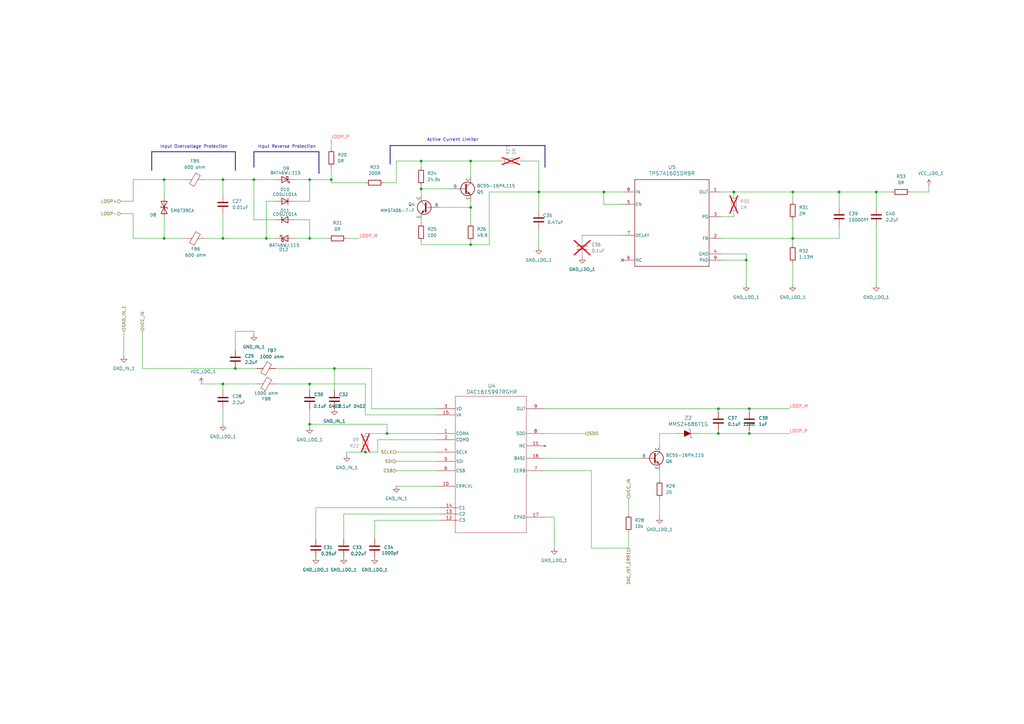
<source format=kicad_sch>
(kicad_sch (version 20231120) (generator "eeschema") (generator_version "8.0")
  (paper "A3")
  (lib_symbols
    (symbol "Device:C" (pin_numbers hide) (pin_names (offset 0.254))
      (property "Reference" "C" (at 0.635 2.54 0))
      (property "Value" "C" (at 0.635 -2.54 0))
      (symbol "C_0_1"
        (polyline (pts (xy -2.032 -0.762) (xy 2.032 -0.762)) (stroke (width 0.508)))
        (polyline (pts (xy -2.032 0.762) (xy 2.032 0.762)) (stroke (width 0.508)))
      )
      (symbol "C_1_1"
        (pin passive line (at 0 3.81 270) (length 2.794) (name "~") (number "1"))
        (pin passive line (at 0 -3.81 90) (length 2.794) (name "~") (number "2"))
      )
    )
    (symbol "Device:FerriteBead" (pin_numbers hide) (pin_names (offset 0))
      (property "Reference" "FB" (at -3.81 0.635 90))
      (property "Value" "FerriteBead" (at 3.81 0 90))
      (symbol "FerriteBead_0_1"
        (polyline (pts (xy 0 -1.27) (xy 0 -1.2192)))
        (polyline (pts (xy 0 1.27) (xy 0 1.2954)))
        (polyline (pts (xy -2.7686 0.4064) (xy -1.7018 2.2606) (xy 2.7686 -0.3048) (xy 1.6764 -2.159) (xy -2.7686 0.4064)))
      )
      (symbol "FerriteBead_1_1"
        (pin passive line (at 0 3.81 270) (length 2.54) (name "~") (number "1"))
        (pin passive line (at 0 -3.81 90) (length 2.54) (name "~") (number "2"))
      )
    )
    (symbol "Device:R" (pin_numbers hide) (pin_names (offset 0))
      (property "Reference" "R" (at 2.032 0 90))
      (property "Value" "R" (at 0 0 90))
      (symbol "R_0_1"
        (rectangle (start -1.016 -2.54) (end 1.016 2.54) (stroke (width 0.254)))
      )
      (symbol "R_1_1"
        (pin passive line (at 0 3.81 270) (length 1.27) (name "~") (number "1"))
        (pin passive line (at 0 -3.81 90) (length 1.27) (name "~") (number "2"))
      )
    )
    (symbol "Diode:1N630xCA" (pin_numbers hide) (pin_names (offset 1.016) hide)
      (property "Reference" "D" (at 0 2.54 0))
      (property "Value" "1N630xCA" (at 0 -2.54 0))
      (symbol "1N630xCA_0_1"
        (polyline (pts (xy 1.27 0) (xy -1.27 0)))
        (polyline (pts (xy -2.54 -1.27) (xy 0 0) (xy -2.54 1.27) (xy -2.54 -1.27)) (stroke (width 0.254)))
        (polyline (pts (xy 0.508 1.27) (xy 0 1.27) (xy 0 -1.27) (xy -0.508 -1.27)) (stroke (width 0.254)))
        (polyline (pts (xy 2.54 1.27) (xy 2.54 -1.27) (xy 0 0) (xy 2.54 1.27)) (stroke (width 0.254)))
      )
      (symbol "1N630xCA_1_1"
        (pin passive line (at -3.81 0 0) (length 2.54) (name "A1") (number "1"))
        (pin passive line (at 3.81 0 180) (length 2.54) (name "A2") (number "2"))
      )
    )
    (symbol "Diode:S2JTR" (pin_numbers hide) (pin_names hide)
      (property "Reference" "D" (at 0 2.54 0))
      (property "Value" "S2JTR" (at 0 -2.54 0))
      (symbol "S2JTR_0_1"
        (polyline (pts (xy -1.27 1.27) (xy -1.27 -1.27)) (stroke (width 0.254)))
        (polyline (pts (xy 1.27 0) (xy -1.27 0)))
        (polyline (pts (xy 1.27 1.27) (xy 1.27 -1.27) (xy -1.27 0) (xy 1.27 1.27)) (stroke (width 0.254)))
      )
      (symbol "S2JTR_1_1"
        (pin passive line (at -3.81 0 0) (length 2.54) (name "K") (number "1"))
        (pin passive line (at 3.81 0 180) (length 2.54) (name "A") (number "2"))
      )
    )
    (symbol "SB120_2" (pin_numbers hide) (pin_names (offset 1.016) hide)
      (property "Reference" "D1" (at -0.508 -4.572 0))
      (property "Value" "BAT46WJ,115" (at -0.254 -2.794 0))
      (symbol "SB120_2_0_1"
        (polyline (pts (xy 1.27 0) (xy -1.27 0)))
        (polyline (pts (xy 1.27 1.27) (xy 1.27 -1.27) (xy -1.27 0) (xy 1.27 1.27)) (stroke (width 0.254)))
        (polyline (pts (xy -1.905 0.635) (xy -1.905 1.27) (xy -1.27 1.27) (xy -1.27 -1.27) (xy -0.635 -1.27) (xy -0.635 -0.635)) (stroke (width 0.254)))
      )
      (symbol "SB120_2_1_1"
        (pin passive line (at -3.81 0 0) (length 2.54) (name "K") (number "1"))
        (pin passive line (at 3.81 0 180) (length 2.54) (name "A") (number "2"))
      )
    )
    (symbol "Simulation_SPICE:NPN" (pin_numbers hide) (pin_names (offset 0))
      (property "Reference" "Q" (at -2.54 7.62 0))
      (property "Value" "NPN" (at -2.54 5.08 0))
      (symbol "NPN_0_1"
        (polyline (pts (xy -2.54 0) (xy 0.635 0)) (stroke (width 0.1524)))
        (polyline (pts (xy 0.635 0.635) (xy 2.54 2.54)))
        (polyline (pts (xy 2.794 -1.27) (xy 2.794 -1.27)) (stroke (width 0.1524)))
        (polyline (pts (xy 2.794 -1.27) (xy 2.794 -1.27)) (stroke (width 0.1524)))
        (polyline (pts (xy 0.635 -0.635) (xy 2.54 -2.54) (xy 2.54 -2.54)))
        (polyline (pts (xy 0.635 1.905) (xy 0.635 -1.905) (xy 0.635 -1.905)) (stroke (width 0.508)))
        (polyline (pts (xy 1.27 -1.778) (xy 1.778 -1.27) (xy 2.286 -2.286) (xy 1.27 -1.778) (xy 1.27 -1.778)) (fill (type outline)))
        (circle (center 1.27 0) (radius 2.8194) (stroke (width 0.254)))
      )
      (symbol "NPN_1_1"
        (pin open_collector line (at 2.54 5.08 270) (length 2.54) (name "C") (number "1"))
        (pin input line (at -5.08 0 0) (length 2.54) (name "B") (number "2"))
        (pin open_emitter line (at 2.54 -5.08 90) (length 2.54) (name "E") (number "3"))
      )
    )
    (symbol "TSP7A1601DRBR:TPS7A1601DRBR" (pin_names (offset 0.254))
      (property "Reference" "U2" (at 0 22.86 0))
      (property "Value" "TPS7A1601DRBR" (at 0 20.32 0))
      (symbol "TPS7A1601DRBR_0_1"
        (polyline (pts (xy -15.24 -17.78) (xy 15.24 -17.78)) (stroke (width 0.2032)))
        (polyline (pts (xy -15.24 17.78) (xy -15.24 -17.78)) (stroke (width 0.2032)))
        (polyline (pts (xy 15.24 -17.78) (xy 15.24 17.78)) (stroke (width 0.2032)))
        (polyline (pts (xy 15.24 17.78) (xy -15.24 17.78)) (stroke (width 0.2032)))
        (pin power_in line (at 20.32 12.7 180) (length 5.08) (name "OUT") (number "1"))
        (pin input line (at 20.32 -6.35 180) (length 5.08) (name "FB") (number "2"))
        (pin open_collector line (at 20.32 2.54 180) (length 5.08) (name "PG") (number "3"))
        (pin power_in line (at 20.32 -12.7 180) (length 5.08) (name "GND") (number "4"))
        (pin input line (at -20.32 7.62 0) (length 5.08) (name "EN") (number "5"))
        (pin unspecified line (at -20.32 -15.24 0) (length 5.08) (name "NC") (number "6"))
        (pin output line (at -20.32 -5.08 0) (length 5.08) (name "DELAY") (number "7"))
        (pin power_in line (at -20.32 12.7 0) (length 5.08) (name "IN") (number "8"))
        (pin unspecified line (at 20.32 -15.24 180) (length 5.08) (name "PAD") (number "9"))
      )
    )
    (symbol "dac161s997rghr:DAC161S997RGHR" (pin_names (offset 0.254))
      (property "Reference" "U1" (at 33.02 10.16 0))
      (property "Value" "DAC161S997RGHR" (at 33.02 7.62 0))
      (symbol "DAC161S997RGHR_0_1"
        (polyline (pts (xy 7.62 -50.8) (xy 36.83 -50.8)) (stroke (width 0.127)))
        (polyline (pts (xy 7.62 5.08) (xy 7.62 -50.8)) (stroke (width 0.127)))
        (polyline (pts (xy 36.83 -50.8) (xy 36.83 5.08)) (stroke (width 0.127)))
        (polyline (pts (xy 36.83 5.08) (xy 7.62 5.08)) (stroke (width 0.127)))
        (pin power_in line (at 0 -10.16 0) (length 7.62) (name "COMA") (number "1"))
        (pin input line (at 0 -31.75 0) (length 7.62) (name "ERRLVL") (number "10"))
        (pin no_connect line (at 44.45 -15.24 180) (length 7.62) (name "NC") (number "11"))
        (pin unspecified line (at 1.27 -45.72 0) (length 7.62) (name "C3") (number "12"))
        (pin unspecified line (at 1.27 -43.18 0) (length 7.62) (name "C2") (number "13"))
        (pin unspecified line (at 1.27 -40.64 0) (length 7.62) (name "C1") (number "14"))
        (pin power_in line (at 0 -2.54 0) (length 7.62) (name "VA") (number "15"))
        (pin unspecified line (at 44.45 -20.32 180) (length 7.62) (name "BASE") (number "16"))
        (pin unspecified line (at 44.45 -44.45 180) (length 7.62) (name "EPAD") (number "17"))
        (pin power_in line (at 0 -12.7 0) (length 7.62) (name "COMD") (number "2"))
        (pin power_in line (at 0 0 0) (length 7.62) (name "VD") (number "3"))
        (pin input line (at 0 -17.78 0) (length 7.62) (name "SCLK") (number "4"))
        (pin input line (at 0 -21.59 0) (length 7.62) (name "SDI") (number "5"))
        (pin input line (at 0 -25.4 0) (length 7.62) (name "CSB") (number "6"))
        (pin output line (at 44.45 -25.4 180) (length 7.62) (name "EERB") (number "7"))
        (pin output line (at 44.45 -10.16 180) (length 7.62) (name "SDO") (number "8"))
        (pin output line (at 44.45 0 180) (length 7.62) (name "OUT") (number "9"))
      )
    )
    (symbol "dk_Diodes-Zener-Single:MMSZ5231B-7-F" (pin_numbers hide) (pin_names (offset 0) hide)
      (property "Reference" "Z" (at 0 3.81 0))
      (property "Value" "MMSZ5231B-7-F" (at 0 -3.81 0))
      (symbol "MMSZ5231B-7-F_0_1"
        (polyline (pts (xy 1.27 -1.27) (xy 1.905 -1.905)))
        (polyline (pts (xy 1.27 1.27) (xy 0.635 1.905)))
        (polyline (pts (xy 1.27 1.27) (xy 1.27 -1.27)))
        (polyline (pts (xy -1.27 1.27) (xy -1.27 -1.27) (xy 1.27 0) (xy -1.27 1.27)) (fill (type outline)))
      )
      (symbol "MMSZ5231B-7-F_1_1"
        (pin passive line (at -5.08 0 0) (length 3.81) (name "~") (number "A"))
        (pin passive line (at 5.08 0 180) (length 3.81) (name "~") (number "K"))
      )
    )
    (symbol "power:GND" (power) (pin_numbers hide) (pin_names (offset 0) hide)
      (property "Value" "GND" (at 0 -3.81 0))
      (symbol "GND_0_1"
        (polyline (pts (xy 0 0) (xy 0 -1.27) (xy 1.27 -1.27) (xy 0 -2.54) (xy -1.27 -1.27) (xy 0 -1.27)))
      )
      (symbol "GND_1_1"
        (pin power_in line (at 0 0 270) (length 0) (name "~") (number "1"))
      )
    )
    (symbol "power:VCC" (power) (pin_numbers hide) (pin_names (offset 0) hide)
      (property "Value" "VCC" (at 0 3.556 0))
      (symbol "VCC_0_1"
        (polyline (pts (xy -0.762 1.27) (xy 0 2.54)))
        (polyline (pts (xy 0 0) (xy 0 2.54)))
        (polyline (pts (xy 0 2.54) (xy 0.762 1.27)))
      )
      (symbol "VCC_1_1"
        (pin power_in line (at 0 0 90) (length 0) (name "~") (number "1"))
      )
    )
  )
  (junction (at 359.41 78.74))
  (junction (at 158.75 177.8))
  (junction (at 344.17 78.74))
  (junction (at 135.89 73.66))
  (junction (at 307.34 177.8))
  (junction (at 109.22 97.79))
  (junction (at 325.12 97.79))
  (junction (at 91.44 157.48))
  (junction (at 307.34 167.64))
  (junction (at 96.52 151.13))
  (junction (at 193.04 66.04))
  (junction (at 193.04 100.33))
  (junction (at 67.31 97.79))
  (junction (at 67.31 73.66))
  (junction (at 172.72 77.47))
  (junction (at 220.98 78.74))
  (junction (at 149.86 185.42))
  (junction (at 325.12 78.74))
  (junction (at 127 73.66))
  (junction (at 294.64 167.64))
  (junction (at 137.16 151.13))
  (junction (at 91.44 97.79))
  (junction (at 91.44 73.66))
  (junction (at 306.07 106.68))
  (junction (at 127 173.99))
  (junction (at 294.64 177.8))
  (junction (at 127 97.79))
  (junction (at 300.99 78.74))
  (junction (at 193.04 85.09))
  (junction (at 127 157.48))
  (junction (at 247.65 78.74))
  (junction (at 104.14 73.66))
  (junction (at 172.72 66.04))
  (no_connect (at 255.27 106.68))
  (wire (pts (xy 137.16 151.13) (xy 152.4 151.13)))
  (wire (pts (xy 113.03 151.13) (xy 137.16 151.13)))
  (wire (pts (xy 67.31 73.66) (xy 67.31 81.28)))
  (wire (pts (xy 113.03 82.55) (xy 109.22 82.55)))
  (wire (pts (xy 91.44 73.66) (xy 83.82 73.66)))
  (wire (pts (xy 220.98 78.74) (xy 247.65 78.74)))
  (bus (pts (xy 62.23 62.23) (xy 62.23 69.85)))
  (wire (pts (xy 172.72 66.04) (xy 172.72 68.58)))
  (wire (pts (xy 172.72 77.47) (xy 172.72 80.01)))
  (bus (pts (xy 223.52 68.58) (xy 223.52 59.69)))
  (wire (pts (xy 152.4 151.13) (xy 152.4 167.64)))
  (wire (pts (xy 91.44 167.64) (xy 91.44 173.99)))
  (wire (pts (xy 91.44 157.48) (xy 105.41 157.48)))
  (wire (pts (xy 127 97.79) (xy 134.62 97.79)))
  (wire (pts (xy 149.86 177.8) (xy 158.75 177.8)))
  (wire (pts (xy 135.89 68.58) (xy 135.89 73.66)))
  (wire (pts (xy 91.44 97.79) (xy 109.22 97.79)))
  (wire (pts (xy 120.65 90.17) (xy 127 90.17)))
  (wire (pts (xy 213.36 66.04) (xy 220.98 66.04)))
  (wire (pts (xy 162.56 193.04) (xy 179.07 193.04)))
  (wire (pts (xy 153.67 213.36) (xy 153.67 220.98)))
  (bus (pts (xy 130.81 62.23) (xy 104.14 62.23)))
  (wire (pts (xy 344.17 78.74) (xy 359.41 78.74)))
  (wire (pts (xy 294.64 176.53) (xy 294.64 177.8)))
  (wire (pts (xy 193.04 85.09) (xy 193.04 91.44)))
  (wire (pts (xy 294.64 167.64) (xy 307.34 167.64)))
  (wire (pts (xy 223.52 193.04) (xy 242.57 193.04)))
  (wire (pts (xy 223.52 187.96) (xy 262.89 187.96)))
  (wire (pts (xy 67.31 97.79) (xy 76.2 97.79)))
  (wire (pts (xy 240.03 177.8) (xy 223.52 177.8)))
  (wire (pts (xy 193.04 100.33) (xy 193.04 99.06)))
  (wire (pts (xy 154.94 185.42) (xy 154.94 180.34)))
  (wire (pts (xy 104.14 135.89) (xy 96.52 135.89)))
  (wire (pts (xy 127 90.17) (xy 127 97.79)))
  (wire (pts (xy 325.12 78.74) (xy 300.99 78.74)))
  (wire (pts (xy 238.76 96.52) (xy 238.76 97.79)))
  (wire (pts (xy 127 173.99) (xy 158.75 173.99)))
  (wire (pts (xy 325.12 90.17) (xy 325.12 97.79)))
  (wire (pts (xy 373.38 78.74) (xy 381 78.74)))
  (wire (pts (xy 295.91 88.9) (xy 300.99 88.9)))
  (wire (pts (xy 120.65 82.55) (xy 127 82.55)))
  (wire (pts (xy 270.51 204.47) (xy 270.51 212.09)))
  (wire (pts (xy 257.81 204.47) (xy 257.81 210.82)))
  (wire (pts (xy 180.34 85.09) (xy 193.04 85.09)))
  (wire (pts (xy 135.89 74.93) (xy 149.86 74.93)))
  (wire (pts (xy 142.24 185.42) (xy 149.86 185.42)))
  (wire (pts (xy 344.17 92.71) (xy 344.17 97.79)))
  (wire (pts (xy 82.55 157.48) (xy 91.44 157.48)))
  (wire (pts (xy 127 157.48) (xy 127 160.02)))
  (wire (pts (xy 113.03 90.17) (xy 104.14 90.17)))
  (wire (pts (xy 172.72 90.17) (xy 172.72 91.44)))
  (wire (pts (xy 91.44 73.66) (xy 104.14 73.66)))
  (wire (pts (xy 104.14 135.89) (xy 104.14 137.16)))
  (wire (pts (xy 127 73.66) (xy 135.89 73.66)))
  (wire (pts (xy 270.51 182.88) (xy 270.51 177.8)))
  (bus (pts (xy 160.02 59.69) (xy 160.02 67.31)))
  (wire (pts (xy 49.53 82.55) (xy 54.61 82.55)))
  (wire (pts (xy 162.56 74.93) (xy 157.48 74.93)))
  (wire (pts (xy 247.65 83.82) (xy 247.65 78.74)))
  (wire (pts (xy 154.94 180.34) (xy 179.07 180.34)))
  (wire (pts (xy 242.57 193.04) (xy 242.57 224.79)))
  (wire (pts (xy 142.24 186.69) (xy 142.24 185.42)))
  (wire (pts (xy 200.66 78.74) (xy 220.98 78.74)))
  (bus (pts (xy 160.02 59.69) (xy 223.52 59.69)))
  (wire (pts (xy 306.07 106.68) (xy 306.07 116.84)))
  (wire (pts (xy 137.16 151.13) (xy 137.16 160.02)))
  (wire (pts (xy 295.91 104.14) (xy 306.07 104.14)))
  (wire (pts (xy 129.54 208.28) (xy 129.54 220.98)))
  (wire (pts (xy 135.89 57.15) (xy 135.89 60.96)))
  (wire (pts (xy 147.32 97.79) (xy 142.24 97.79)))
  (wire (pts (xy 359.41 92.71) (xy 359.41 116.84)))
  (wire (pts (xy 238.76 96.52) (xy 255.27 96.52)))
  (wire (pts (xy 113.03 157.48) (xy 127 157.48)))
  (wire (pts (xy 172.72 76.2) (xy 172.72 77.47)))
  (wire (pts (xy 109.22 82.55) (xy 109.22 97.79)))
  (wire (pts (xy 172.72 100.33) (xy 193.04 100.33)))
  (wire (pts (xy 344.17 97.79) (xy 325.12 97.79)))
  (wire (pts (xy 193.04 82.55) (xy 193.04 85.09)))
  (wire (pts (xy 193.04 100.33) (xy 200.66 100.33)))
  (bus (pts (xy 96.52 62.23) (xy 62.23 62.23)))
  (wire (pts (xy 220.98 66.04) (xy 220.98 78.74)))
  (wire (pts (xy 227.33 212.09) (xy 227.33 224.79)))
  (wire (pts (xy 300.99 88.9) (xy 300.99 87.63)))
  (wire (pts (xy 96.52 135.89) (xy 96.52 143.51)))
  (wire (pts (xy 381 76.2) (xy 381 78.74)))
  (wire (pts (xy 270.51 177.8) (xy 276.86 177.8)))
  (wire (pts (xy 307.34 177.8) (xy 323.85 177.8)))
  (wire (pts (xy 180.34 213.36) (xy 153.67 213.36)))
  (wire (pts (xy 127 175.26) (xy 127 173.99)))
  (wire (pts (xy 295.91 106.68) (xy 306.07 106.68)))
  (wire (pts (xy 257.81 218.44) (xy 257.81 224.79)))
  (wire (pts (xy 193.04 66.04) (xy 205.74 66.04)))
  (wire (pts (xy 140.97 210.82) (xy 140.97 220.98)))
  (wire (pts (xy 247.65 78.74) (xy 255.27 78.74)))
  (wire (pts (xy 344.17 85.09) (xy 344.17 78.74)))
  (wire (pts (xy 307.34 177.8) (xy 307.34 176.53)))
  (wire (pts (xy 325.12 97.79) (xy 325.12 100.33)))
  (wire (pts (xy 223.52 167.64) (xy 294.64 167.64)))
  (bus (pts (xy 96.52 69.85) (xy 96.52 62.23)))
  (wire (pts (xy 295.91 78.74) (xy 300.99 78.74)))
  (wire (pts (xy 200.66 100.33) (xy 200.66 78.74)))
  (wire (pts (xy 172.72 99.06) (xy 172.72 100.33)))
  (wire (pts (xy 96.52 151.13) (xy 105.41 151.13)))
  (wire (pts (xy 242.57 224.79) (xy 257.81 224.79)))
  (wire (pts (xy 58.42 151.13) (xy 96.52 151.13)))
  (wire (pts (xy 180.34 210.82) (xy 140.97 210.82)))
  (wire (pts (xy 162.56 66.04) (xy 162.56 74.93)))
  (wire (pts (xy 162.56 189.23) (xy 179.07 189.23)))
  (wire (pts (xy 307.34 167.64) (xy 323.85 167.64)))
  (wire (pts (xy 294.64 167.64) (xy 294.64 168.91)))
  (wire (pts (xy 83.82 97.79) (xy 91.44 97.79)))
  (wire (pts (xy 179.07 170.18) (xy 149.86 170.18)))
  (wire (pts (xy 127 73.66) (xy 127 82.55)))
  (wire (pts (xy 67.31 73.66) (xy 54.61 73.66)))
  (wire (pts (xy 158.75 173.99) (xy 158.75 177.8)))
  (wire (pts (xy 325.12 82.55) (xy 325.12 78.74)))
  (wire (pts (xy 295.91 97.79) (xy 325.12 97.79)))
  (wire (pts (xy 104.14 90.17) (xy 104.14 73.66)))
  (wire (pts (xy 135.89 74.93) (xy 135.89 73.66)))
  (wire (pts (xy 91.44 157.48) (xy 91.44 160.02)))
  (wire (pts (xy 359.41 85.09) (xy 359.41 78.74)))
  (wire (pts (xy 67.31 88.9) (xy 67.31 97.79)))
  (wire (pts (xy 120.65 73.66) (xy 127 73.66)))
  (bus (pts (xy 130.81 71.12) (xy 130.81 62.23)))
  (wire (pts (xy 270.51 193.04) (xy 270.51 196.85)))
  (wire (pts (xy 158.75 177.8) (xy 179.07 177.8)))
  (wire (pts (xy 67.31 97.79) (xy 54.61 97.79)))
  (wire (pts (xy 109.22 97.79) (xy 113.03 97.79)))
  (wire (pts (xy 172.72 77.47) (xy 185.42 77.47)))
  (wire (pts (xy 91.44 80.01) (xy 91.44 73.66)))
  (wire (pts (xy 306.07 104.14) (xy 306.07 106.68)))
  (wire (pts (xy 49.53 87.63) (xy 54.61 87.63)))
  (bus (pts (xy 104.14 62.23) (xy 104.14 68.58)))
  (wire (pts (xy 300.99 78.74) (xy 300.99 80.01)))
  (wire (pts (xy 223.52 212.09) (xy 227.33 212.09)))
  (wire (pts (xy 91.44 97.79) (xy 91.44 87.63)))
  (wire (pts (xy 127 97.79) (xy 120.65 97.79)))
  (wire (pts (xy 149.86 170.18) (xy 149.86 157.48)))
  (wire (pts (xy 220.98 93.98) (xy 220.98 101.6)))
  (wire (pts (xy 54.61 97.79) (xy 54.61 87.63)))
  (wire (pts (xy 54.61 73.66) (xy 54.61 82.55)))
  (wire (pts (xy 180.34 208.28) (xy 129.54 208.28)))
  (wire (pts (xy 104.14 73.66) (xy 113.03 73.66)))
  (wire (pts (xy 325.12 107.95) (xy 325.12 116.84)))
  (wire (pts (xy 307.34 167.64) (xy 307.34 168.91)))
  (wire (pts (xy 50.8 135.89) (xy 50.8 146.05)))
  (wire (pts (xy 294.64 177.8) (xy 307.34 177.8)))
  (wire (pts (xy 127 173.99) (xy 127 167.64)))
  (wire (pts (xy 127 157.48) (xy 149.86 157.48)))
  (wire (pts (xy 149.86 185.42) (xy 154.94 185.42)))
  (wire (pts (xy 359.41 78.74) (xy 365.76 78.74)))
  (wire (pts (xy 287.02 177.8) (xy 294.64 177.8)))
  (wire (pts (xy 325.12 78.74) (xy 344.17 78.74)))
  (wire (pts (xy 193.04 72.39) (xy 193.04 66.04)))
  (wire (pts (xy 76.2 73.66) (xy 67.31 73.66)))
  (wire (pts (xy 152.4 167.64) (xy 179.07 167.64)))
  (wire (pts (xy 162.56 199.39) (xy 179.07 199.39)))
  (wire (pts (xy 255.27 83.82) (xy 247.65 83.82)))
  (wire (pts (xy 162.56 66.04) (xy 172.72 66.04)))
  (wire (pts (xy 162.56 185.42) (xy 179.07 185.42)))
  (wire (pts (xy 172.72 66.04) (xy 193.04 66.04)))
  (wire (pts (xy 58.42 135.89) (xy 58.42 151.13)))
  (wire (pts (xy 220.98 78.74) (xy 220.98 86.36)))
  (text "Input Overvoltage Protection" (at 79.502 60.198 0) (effects (font (size 1.27 1.27))))
  (text "Input Reverse Protection" (at 117.602 60.198 0) (effects (font (size 1.27 1.27))))
  (text "Active Current Limiter" (at 185.674 57.404 0) (effects (font (size 1.27 1.27))))
  (label "LOOP_M" (at 323.85 167.64 0))
  (label "LOOP_M" (at 147.32 97.79 0))
  (label "LOOP_P" (at 135.89 57.15 0))
  (label "LOOP_P" (at 323.85 177.8 0))
  (hierarchical_label "SDI" (shape input) (at 162.56 189.23 180))
  (hierarchical_label "CSB" (shape input) (at 162.56 193.04 180))
  (hierarchical_label "LOOP+" (shape input) (at 49.53 82.55 180))
  (hierarchical_label "DAC_INT_ERR1" (shape input) (at 257.81 224.79 270))
  (hierarchical_label "SCLK" (shape input) (at 162.56 185.42 180))
  (hierarchical_label "GND_IN_1" (shape input) (at 50.8 135.89 90))
  (hierarchical_label "SDO" (shape input) (at 240.03 177.8 0))
  (hierarchical_label "LOOP-" (shape input) (at 49.53 87.63 180))
  (hierarchical_label "VCC_IN" (shape input) (at 257.81 204.47 90))
  (hierarchical_label "VCC_IN" (shape input) (at 58.42 135.89 90))
  (symbol (lib_name "SB120_2") (lib_id "Diode:SB120") (at 116.84 97.79 0) (unit 1)
    (property "Reference" "D12" (at 116.332 102.362 0))
    (property "Value" "BAT46WJ,115" (at 116.586 100.584 0))
    (property "Footprint" "Diode_SMD:D_SOD-323F" (effects (hide yes)))
    (property "Description" "DIODE SCHOTT 100V 250MA SOD323F" (effects (hide yes)))
    (property "DIGIKEY" "  1727-4817-2-ND" (effects (hide yes)))
    (property "DigiKey" "  1727-4817-2-ND" (effects (hide yes)))
  )
  (symbol (lib_id "Device:C") (at 91.44 83.82 0) (unit 1)
    (property "Reference" "C27" (at 95.25 82.5499 0) (effects (justify left)))
    (property "Value" "0.01uF" (at 95.25 85.0899 0) (effects (justify left)))
    (property "Footprint" "Capacitor_SMD:C_0603_1608Metric" (effects (hide yes)))
    (property "Description" "Unpolarized capacitor" (effects (hide yes)))
    (property "DIGIKEY" "  445-1304-2-ND" (effects (hide yes)))
    (property "DigiKey" "  445-1304-2-ND" (effects (hide yes)))
  )
  (symbol (lib_id "Device:C") (at 307.34 172.72 0) (unit 1)
    (property "Reference" "C38" (at 311.15 171.4499 0) (effects (justify left)))
    (property "Value" "1uF" (at 311.15 173.9899 0) (effects (justify left)))
    (property "Footprint" "Capacitor_SMD:C_1206_3216Metric" (effects (hide yes)))
    (property "Description" "CAP CER 1UF 100V X7R 1206" (effects (hide yes)))
    (property "DIGIKEY" "490-3909-2-ND" (effects (hide yes)))
    (property "DigiKey" "490-3909-2-ND" (effects (hide yes)))
  )
  (symbol (lib_id "power:GND") (at 142.24 186.69 0) (unit 1)
    (property "Reference" "#PWR044" (effects (hide yes)))
    (property "Value" "GND_IN_1" (at 142.24 191.77 0))
    (property "Description" "Power symbol creates a global label with name \"GND\" , ground" (effects (hide yes)))
  )
  (symbol (lib_id "Device:R") (at 149.86 181.61 180) (unit 1) (dnp yes)
    (property "Reference" "R22" (at 147.32 182.8801 0) (effects (justify left)))
    (property "Value" "0R" (at 147.32 180.3401 0) (effects (justify left)))
    (property "Footprint" "Resistor_SMD:R_0603_1608Metric" (effects (hide yes)))
    (property "Description" "0 Ohms Jumper Chip Resistor 0603 (1608 Metric) Automotive AEC-Q200 Thick Film" (effects (hide yes)))
    (property "DIGIKEY" "541-0.0GTR-ND" (effects (hide yes)))
    (property "DigiKey" "541-0.0GTR-ND" (effects (hide yes)))
  )
  (symbol (lib_id "dk_Diodes-Zener-Single:MMSZ5231B-7-F") (at 281.94 177.8 0) (unit 1)
    (property "Reference" "Z2" (at 282.2575 171.45 0) (effects (font (size 1.524 1.524))))
    (property "Value" "MMSZ4686T1G" (at 282.2575 173.99 0) (effects (font (size 1.524 1.524))))
    (property "Footprint" "digikey-footprints:SOD-123" (effects (hide yes)))
    (property "Datasheet" "https://www.onsemi.com/pdf/datasheet/mmsz4678t1-d.pdf" (effects (hide yes)))
    (property "Description" "DIODE ZENER 3.9V 500MW SOD123" (effects (hide yes)))
    (property "Category" "Discrete Semiconductor Products" (effects (hide yes)))
    (property "Family" "Diodes - Zener - Single" (effects (hide yes)))
    (property "DK_Datasheet_Link" "https://www.diodes.com/assets/Datasheets/ds18010.pdf" (effects (hide yes)))
    (property "DK_Detail_Page" "/product-detail/en/diodes-incorporated/MMSZ5231B-7-F/MMSZ5231B-FDICT-ND/755506" (effects (hide yes)))
    (property "Description_1" "DIODE ZENER 5.1V 500MW SOD123" (effects (hide yes)))
    (property "Manufacturer" "Diodes Incorporated" (effects (hide yes)))
    (property "DIGIKEY" "MMSZ4686T1GOSTR-ND" (effects (hide yes)))
    (property "DigiKey" "MMSZ4686T1GOSTR-ND" (effects (hide yes)))
  )
  (symbol (lib_id "power:VCC") (at 82.55 157.48 0) (unit 1)
    (property "Reference" "#PWR037" (effects (hide yes)))
    (property "Value" "VCC_LDO_1" (at 83.312 152.4 0))
    (property "Description" "Power symbol creates a global label with name \"VCC\"" (effects (hide yes)))
  )
  (symbol (lib_id "Device:C") (at 91.44 163.83 0) (unit 1)
    (property "Reference" "C28" (at 95.25 162.5599 0) (effects (justify left)))
    (property "Value" "2.2uF" (at 95.25 165.0999 0) (effects (justify left)))
    (property "Footprint" "Capacitor_SMD:C_0402_1005Metric" (effects (hide yes)))
    (property "Description" "CAP CER 2.2UF 16V X5R 0402" (effects (hide yes)))
    (property "DIGIKEY" "445-9085-2-ND" (effects (hide yes)))
    (property "DigiKey" "445-9085-2-ND" (effects (hide yes)))
  )
  (symbol (lib_id "Device:C") (at 140.97 224.79 0) (unit 1)
    (property "Reference" "C33" (at 144.526 224.536 0) (effects (justify left)))
    (property "Value" "0.22uF" (at 143.764 227.076 0) (effects (justify left)))
    (property "Footprint" "Capacitor_SMD:C_0402_1005Metric" (effects (hide yes)))
    (property "Description" "CAP CER 0.22UF 6.3V X5R 0402" (effects (hide yes)))
    (property "DIGIKEY" "490-5407-2-ND" (effects (hide yes)))
    (property "DigiKey" "490-5407-2-ND" (effects (hide yes)))
  )
  (symbol (lib_id "power:GND") (at 238.76 105.41 0) (unit 1)
    (property "Reference" "#PWR049" (effects (hide yes)))
    (property "Value" "GND_LDO_1" (at 238.76 110.49 0))
    (property "Description" "Power symbol creates a global label with name \"GND\" , ground" (effects (hide yes)))
  )
  (symbol (lib_id "Device:C") (at 220.98 90.17 0) (mirror y) (unit 1)
    (property "Reference" "C35" (at 226.568 88.392 0) (effects (justify left)))
    (property "Value" "0.47uF" (at 231.14 91.186 0) (effects (justify left)))
    (property "Footprint" "Capacitor_SMD:C_0805_2012Metric" (effects (hide yes)))
    (property "Description" "CAP CER 0.47UF 100V X7R 0805" (effects (hide yes)))
    (property "DIGIKEY" "  490-3326-2-ND" (effects (hide yes)))
    (property "DigiKey" "  490-3326-2-ND" (effects (hide yes)))
  )
  (symbol (lib_id "Device:FerriteBead") (at 109.22 151.13 90) (unit 1)
    (property "Reference" "FB7" (at 111.506 143.764 90))
    (property "Value" "1000 ohm" (at 111.506 146.304 90))
    (property "Footprint" "Resistor_SMD:R_0402_1005Metric" (effects (hide yes)))
    (property "Description" "FERRITE BEAD 1K OHM 0402 1LN" (effects (hide yes)))
    (property "DIGIKEY" "  490-3999-2-ND" (effects (hide yes)))
    (property "DigiKey" "  490-3999-2-ND" (effects (hide yes)))
  )
  (symbol (lib_id "Device:C") (at 96.52 147.32 0) (unit 1)
    (property "Reference" "C29" (at 100.33 146.0499 0) (effects (justify left)))
    (property "Value" "2.2uF" (at 100.33 148.5899 0) (effects (justify left)))
    (property "Footprint" "Capacitor_SMD:C_0402_1005Metric" (effects (hide yes)))
    (property "Description" "CAP CER 2.2UF 16V X5R 0402" (effects (hide yes)))
    (property "DIGIKEY" "445-9085-2-ND" (effects (hide yes)))
    (property "DigiKey" "445-9085-2-ND" (effects (hide yes)))
  )
  (symbol (lib_id "Device:FerriteBead") (at 80.01 73.66 90) (unit 1)
    (property "Reference" "FB5" (at 79.9592 66.04 90))
    (property "Value" "600 ohm" (at 79.9592 68.58 90))
    (property "Footprint" "Resistor_SMD:R_1206_3216Metric" (effects (hide yes)))
    (property "Description" "Ferrite bead" (effects (hide yes)))
    (property "DIGIKEY" "  240-2405-2-ND" (effects (hide yes)))
    (property "DigiKey" "  240-2405-2-ND" (effects (hide yes)))
  )
  (symbol (lib_id "Device:C") (at 238.76 101.6 0) (unit 1) (dnp yes)
    (property "Reference" "C36" (at 242.57 100.3299 0) (effects (justify left)))
    (property "Value" "0.1uF" (at 242.57 102.8699 0) (effects (justify left)))
    (property "Footprint" "Capacitor_SMD:C_1206_3216Metric" (effects (hide yes)))
    (property "Description" "CAP CER 0.1UF 100V X7R 1206" (effects (hide yes)))
    (property "DIGIKEY" "478-KGM31DR72A104JUTR-ND" (effects (hide yes)))
    (property "DigiKey" "478-KGM31DR72A104JUTR-ND" (effects (hide yes)))
  )
  (symbol (lib_id "Diode:1N630xCA") (at 67.31 85.09 270) (unit 1)
    (property "Reference" "D8" (at 61.468 88.138 90) (effects (justify left)))
    (property "Value" "SM6T39CA" (at 69.85 86.3599 90) (effects (justify left)))
    (property "Footprint" "Diode_SMD:D_SMB" (effects (hide yes)))
    (property "Datasheet" "https://www.st.com/content/ccc/resource/technical/document/datasheet/6f/2d/a6/9e/56/51/48/15/CD00000725.pdf/files/CD00000725.pdf/jcr:content/translations/en.CD00000725.pdf" (effects (hide yes)))
    (property "Description" "TVS DIODE 33.3VWM 53.9VC SMB" (effects (hide yes)))
    (property "DIGIKEY" "497-6498-2-ND" (effects (hide yes)))
    (property "DigiKey" "497-6498-2-ND" (effects (hide yes)))
  )
  (symbol (lib_id "power:GND") (at 359.41 116.84 0) (unit 1)
    (property "Reference" "#PWR053" (effects (hide yes)))
    (property "Value" "GND_LDO_1" (at 359.41 121.92 0))
    (property "Description" "Power symbol creates a global label with name \"GND\" , ground" (effects (hide yes)))
  )
  (symbol (lib_id "power:GND") (at 129.54 228.6 0) (unit 1)
    (property "Reference" "#PWR041" (effects (hide yes)))
    (property "Value" "GND_LDO_1" (at 129.54 233.68 0))
    (property "Description" "Power symbol creates a global label with name \"GND\" , ground" (effects (hide yes)))
  )
  (symbol (lib_id "Device:R") (at 257.81 214.63 0) (unit 1)
    (property "Reference" "R28" (at 260.35 213.3599 0) (effects (justify left)))
    (property "Value" "10k" (at 260.35 215.8999 0) (effects (justify left)))
    (property "Footprint" "Resistor_SMD:R_0402_1005Metric" (effects (hide yes)))
    (property "Description" "RES 10K OHM 5% 1/16W 0402" (effects (hide yes)))
    (property "DIGIKEY" "311-10KJRTR-ND " (effects (hide yes)))
    (property "DigiKey" "311-10KJRTR-ND " (effects (hide yes)))
  )
  (symbol (lib_id "power:GND") (at 137.16 167.64 0) (unit 1)
    (property "Reference" "#PWR042" (effects (hide yes)))
    (property "Value" "GND_IN_1" (at 137.16 172.72 0))
    (property "Description" "Power symbol creates a global label with name \"GND\" , ground" (effects (hide yes)))
  )
  (symbol (lib_id "power:GND") (at 220.98 101.6 0) (unit 1)
    (property "Reference" "#PWR047" (effects (hide yes)))
    (property "Value" "GND_LDO_1" (at 220.98 106.68 0))
    (property "Description" "Power symbol creates a global label with name \"GND\" , ground" (effects (hide yes)))
  )
  (symbol (lib_id "Device:R") (at 138.43 97.79 90) (unit 1)
    (property "Reference" "R21" (at 138.43 91.44 90))
    (property "Value" "0R" (at 138.43 93.98 90))
    (property "Footprint" "Resistor_SMD:R_0603_1608Metric" (effects (hide yes)))
    (property "Description" "0 Ohms Jumper Chip Resistor 0603 (1608 Metric) Automotive AEC-Q200 Thick Film" (effects (hide yes)))
    (property "DIGIKEY" "541-0.0GTR-ND" (effects (hide yes)))
    (property "DigiKey" "541-0.0GTR-ND" (effects (hide yes)))
  )
  (symbol (lib_id "Device:R") (at 369.57 78.74 90) (unit 1)
    (property "Reference" "R33" (at 369.57 72.39 90))
    (property "Value" "0R" (at 369.57 74.93 90))
    (property "Footprint" "Resistor_SMD:R_0603_1608Metric" (effects (hide yes)))
    (property "Description" "0 Ohms Jumper Chip Resistor 0603 (1608 Metric) Automotive AEC-Q200 Thick Film" (effects (hide yes)))
    (property "DIGIKEY" "541-0.0GTR-ND" (effects (hide yes)))
    (property "DigiKey" "541-0.0GTR-ND" (effects (hide yes)))
  )
  (symbol (lib_id "Simulation_SPICE:NPN") (at 175.26 85.09 0) (mirror y) (unit 1)
    (property "Reference" "Q4" (at 170.18 83.8199 0) (effects (justify left)))
    (property "Value" "MMSTA06-7-F" (at 170.18 86.3599 0) (effects (justify left)))
    (property "Footprint" "digikey-footprints:SOT-323" (effects (hide yes)))
    (property "Description" "TRANS NPN 80V 0.5A SOT323" (effects (hide yes)))
    (property "DIGIKEY" "MMSTA06-FDITR-ND" (effects (hide yes)))
    (property "DigiKey" "MMSTA06-FDITR-ND" (effects (hide yes)))
  )
  (symbol (lib_id "power:GND") (at 91.44 173.99 0) (unit 1)
    (property "Reference" "#PWR038" (effects (hide yes)))
    (property "Value" "GND_LDO_1" (at 91.44 179.07 0))
    (property "Description" "Power symbol creates a global label with name \"GND\" , ground" (effects (hide yes)))
  )
  (symbol (lib_id "Device:C") (at 344.17 88.9 0) (unit 1)
    (property "Reference" "C39" (at 347.98 87.6299 0) (effects (justify left)))
    (property "Value" "10000PF" (at 347.98 90.1699 0) (effects (justify left)))
    (property "Footprint" "Capacitor_SMD:C_0402_1005Metric" (effects (hide yes)))
    (property "Description" "CAP CER 10000PF 10V X5R 0402" (effects (hide yes)))
    (property "DIGIKEY" "  490-6296-2-ND" (effects (hide yes)))
    (property "DigiKey" "  490-6296-2-ND" (effects (hide yes)))
  )
  (symbol (lib_id "Device:R") (at 172.72 95.25 0) (unit 1)
    (property "Reference" "R25" (at 175.26 93.9799 0) (effects (justify left)))
    (property "Value" "100" (at 175.26 96.5199 0) (effects (justify left)))
    (property "Footprint" "Resistor_SMD:R_0603_1608Metric" (effects (hide yes)))
    (property "Description" "RES SMD 100 OHM 1% 1/3W 0603" (effects (hide yes)))
    (property "DIGIKEY" "541-100STR-ND" (effects (hide yes)))
    (property "DigiKey" "541-100STR-ND" (effects (hide yes)))
  )
  (symbol (lib_name "SB120_2") (lib_id "Diode:SB120") (at 116.84 73.66 180) (unit 1)
    (property "Reference" "D9" (at 117.348 69.088 0))
    (property "Value" "BAT46WJ,115" (at 117.094 70.866 0))
    (property "Footprint" "Diode_SMD:D_SOD-323F" (effects (hide yes)))
    (property "Description" "DIODE SCHOTT 100V 250MA SOD323F" (effects (hide yes)))
    (property "DIGIKEY" "  1727-4817-2-ND" (effects (hide yes)))
    (property "DigiKey" "  1727-4817-2-ND" (effects (hide yes)))
  )
  (symbol (lib_id "Device:C") (at 129.54 224.79 0) (unit 1)
    (property "Reference" "C31" (at 132.588 224.536 0) (effects (justify left)))
    (property "Value" "0.39uF" (at 131.572 227.076 0) (effects (justify left)))
    (property "Footprint" "Capacitor_SMD:C_0402_1005Metric" (effects (hide yes)))
    (property "Description" "CAP, CERM, 0.39 µF, 10 V, +/- 10%, X5R, 0402" (effects (hide yes)))
    (property "DIGIKEY" "  490-8253-2-ND" (effects (hide yes)))
    (property "DigiKey" "  490-8253-2-ND" (effects (hide yes)))
  )
  (symbol (lib_id "Simulation_SPICE:NPN") (at 267.97 187.96 0) (unit 1)
    (property "Reference" "Q6" (at 273.05 189.2301 0) (effects (justify left)))
    (property "Value" "BC55-16PA,115" (at 273.05 186.6901 0) (effects (justify left)))
    (property "Footprint" "mergened_footprints:3-HUSON(2X2)" (effects (hide yes)))
    (property "Description" "TRANS NPN 60V 1A 3HUSON" (effects (hide yes)))
    (property "DIGIKEY" "  1727-2344-2-ND" (effects (hide yes)))
    (property "DigiKey" "  1727-2344-2-ND" (effects (hide yes)))
  )
  (symbol (lib_id "power:GND") (at 140.97 228.6 0) (unit 1)
    (property "Reference" "#PWR043" (effects (hide yes)))
    (property "Value" "GND_LDO_1" (at 140.97 233.68 0))
    (property "Description" "Power symbol creates a global label with name \"GND\" , ground" (effects (hide yes)))
  )
  (symbol (lib_id "Device:C") (at 127 163.83 0) (unit 1)
    (property "Reference" "C30" (at 128.778 161.798 0) (effects (justify left)))
    (property "Value" "0.1uF 0402" (at 128.524 166.624 0) (effects (justify left)))
    (property "Footprint" "Capacitor_SMD:C_0402_1005Metric" (effects (hide yes)))
    (property "Description" "CAP CER 0.1UF 6.3V X5R 0402" (effects (hide yes)))
    (property "DIGIKEY" "445-1266-2-ND" (effects (hide yes)))
    (property "DigiKey" "445-1266-2-ND" (effects (hide yes)))
  )
  (symbol (lib_id "dac161s997rghr:DAC161S997RGHR") (at 179.07 167.64 0) (unit 1)
    (property "Reference" "U4" (at 201.676 158.242 0) (effects (font (size 1.524 1.524))))
    (property "Value" "DAC161S997RGHR" (at 201.676 160.782 0) (effects (font (size 1.524 1.524))))
    (property "Footprint" "footprints:RGH16_TEX" (effects (hide yes)))
    (property "Datasheet" "DAC161S997RGHR" (effects (hide yes)))
    (property "Description" "DAC 16 b SPI 16-WQFN (4x4)" (effects (hide yes)))
    (property "DIGIKEY" "  296-40022-2-ND " (effects (hide yes)))
    (property "DigiKey" "  296-40022-2-ND " (effects (hide yes)))
  )
  (symbol (lib_id "Device:R") (at 325.12 86.36 0) (unit 1)
    (property "Reference" "R31" (at 327.66 85.0899 0) (effects (justify left)))
    (property "Value" "2M" (at 327.66 87.6299 0) (effects (justify left)))
    (property "Footprint" "Resistor_SMD:R_0402_1005Metric" (effects (hide yes)))
    (property "Description" "RES 2M OHM 1% 1/16W 0402" (effects (hide yes)))
    (property "DIGIKEY" "541-4066-2-ND" (effects (hide yes)))
    (property "DigiKey" "541-4066-2-ND" (effects (hide yes)))
  )
  (symbol (lib_id "Device:R") (at 172.72 72.39 180) (unit 1)
    (property "Reference" "R24" (at 175.26 71.1199 0) (effects (justify right)))
    (property "Value" "24.9k" (at 175.26 73.6599 0) (effects (justify right)))
    (property "Footprint" "Resistor_SMD:R_0603_1608Metric" (effects (hide yes)))
    (property "Description" "RES 24.9K OHM 1% 1/10W 0603" (effects (hide yes)))
    (property "DIGIKEY" "541-4028-2-ND" (effects (hide yes)))
    (property "DigiKey" "541-4028-2-ND" (effects (hide yes)))
  )
  (symbol (lib_id "power:GND") (at 162.56 199.39 0) (unit 1)
    (property "Reference" "#PWR046" (effects (hide yes)))
    (property "Value" "GND_IN_1" (at 162.56 204.47 0))
    (property "Description" "Power symbol creates a global label with name \"GND\" , ground" (effects (hide yes)))
  )
  (symbol (lib_id "power:GND") (at 325.12 116.84 0) (unit 1)
    (property "Reference" "#PWR052" (effects (hide yes)))
    (property "Value" "GND_LDO_1" (at 325.12 121.92 0))
    (property "Description" "Power symbol creates a global label with name \"GND\" , ground" (effects (hide yes)))
  )
  (symbol (lib_id "Device:C") (at 153.67 224.79 0) (unit 1)
    (property "Reference" "C34" (at 157.48 224.536 0) (effects (justify left)))
    (property "Value" "1000pF" (at 156.464 226.822 0) (effects (justify left)))
    (property "Footprint" "Capacitor_SMD:C_0402_1005Metric" (effects (hide yes)))
    (property "Description" "CAP CER 1000PF 6.3V X5R 0402" (effects (hide yes)))
    (property "DIGIKEY" "490-6285-2-ND" (effects (hide yes)))
    (property "DigiKey" "490-6285-2-ND" (effects (hide yes)))
  )
  (symbol (lib_id "Device:R") (at 153.67 74.93 90) (unit 1)
    (property "Reference" "R23" (at 153.67 68.58 90))
    (property "Value" "200R" (at 153.67 71.12 90))
    (property "Footprint" "Resistor_SMD:R_1206_3216Metric" (effects (hide yes)))
    (property "Description" "Resistor" (effects (hide yes)))
    (property "DIGIKEY" "  541-200FTR-ND" (effects (hide yes)))
    (property "DigiKey" "  541-200FTR-ND" (effects (hide yes)))
  )
  (symbol (lib_id "power:GND") (at 306.07 116.84 0) (unit 1)
    (property "Reference" "#PWR051" (effects (hide yes)))
    (property "Value" "GND_LDO_1" (at 306.07 121.92 0))
    (property "Description" "Power symbol creates a global label with name \"GND\" , ground" (effects (hide yes)))
  )
  (symbol (lib_id "Device:R") (at 325.12 104.14 0) (unit 1)
    (property "Reference" "R32" (at 327.66 102.8699 0) (effects (justify left)))
    (property "Value" "1.13M" (at 327.66 105.4099 0) (effects (justify left)))
    (property "Footprint" "Resistor_SMD:R_0402_1005Metric" (effects (hide yes)))
    (property "Description" "RES SMD 1.13M OHM 1% 1/16W 0402" (effects (hide yes)))
    (property "DIGIKEY" "  541-1.13MLTR-ND" (effects (hide yes)))
    (property "DigiKey" "  541-1.13MLTR-ND" (effects (hide yes)))
  )
  (symbol (lib_id "Device:FerriteBead") (at 80.01 97.79 90) (unit 1)
    (property "Reference" "FB6" (at 80.264 102.108 90))
    (property "Value" "600 ohm" (at 80.264 104.648 90))
    (property "Footprint" "Resistor_SMD:R_1206_3216Metric" (effects (hide yes)))
    (property "Description" "Ferrite bead" (effects (hide yes)))
    (property "DIGIKEY" "  240-2405-2-ND" (effects (hide yes)))
    (property "DigiKey" "  240-2405-2-ND" (effects (hide yes)))
  )
  (symbol (lib_id "Device:C") (at 359.41 88.9 0) (unit 1)
    (property "Reference" "C40" (at 363.22 87.6299 0) (effects (justify left)))
    (property "Value" "2.2uF" (at 363.22 90.1699 0) (effects (justify left)))
    (property "Footprint" "Capacitor_SMD:C_0402_1005Metric" (effects (hide yes)))
    (property "Description" "CAP CER 2.2UF 16V X5R 0402" (effects (hide yes)))
    (property "DIGIKEY" "445-9085-2-ND" (effects (hide yes)))
    (property "DigiKey" "445-9085-2-ND" (effects (hide yes)))
  )
  (symbol (lib_id "power:GND") (at 50.8 146.05 0) (unit 1)
    (property "Reference" "#PWR036" (effects (hide yes)))
    (property "Value" "GND_IN_1" (at 50.8 151.13 0))
    (property "Description" "Power symbol creates a global label with name \"GND\" , ground" (effects (hide yes)))
  )
  (symbol (lib_id "power:VCC") (at 381 76.2 0) (unit 1)
    (property "Reference" "#PWR054" (effects (hide yes)))
    (property "Value" "VCC_LDO_1" (at 381.762 71.12 0))
    (property "Description" "Power symbol creates a global label with name \"VCC\"" (effects (hide yes)))
  )
  (symbol (lib_id "Diode:S2JTR") (at 116.84 82.55 180) (unit 1)
    (property "Reference" "D10" (at 116.84 77.724 0))
    (property "Value" "CDSU101A" (at 116.84 79.756 0))
    (property "Footprint" "footprints:LED_CDSU101A" (effects (hide yes)))
    (property "Description" "DIODE GEN PURP 80V 100MA 0603" (effects (hide yes)))
    (property "DIGIKEY" "  641-1002-2-ND" (effects (hide yes)))
    (property "DigiKey" "  641-1002-2-ND" (effects (hide yes)))
  )
  (symbol (lib_id "Diode:S2JTR") (at 116.84 90.17 0) (mirror x) (unit 1)
    (property "Reference" "D11" (at 116.84 86.36 0))
    (property "Value" "CDSU101A" (at 116.84 87.884 0))
    (property "Footprint" "footprints:LED_CDSU101A" (effects (hide yes)))
    (property "Description" "DIODE GEN PURP 80V 100MA 0603" (effects (hide yes)))
    (property "DIGIKEY" "  641-1002-2-ND" (effects (hide yes)))
    (property "DigiKey" "  641-1002-2-ND" (effects (hide yes)))
  )
  (symbol (lib_id "Device:R") (at 270.51 200.66 0) (unit 1)
    (property "Reference" "R29" (at 273.05 199.3899 0) (effects (justify left)))
    (property "Value" "20" (at 273.05 201.9299 0) (effects (justify left)))
    (property "Footprint" "Resistor_SMD:R_0603_1608Metric" (effects (hide yes)))
    (property "Description" "RES SMD 20 OHM 1% 1/10W 0603" (effects (hide yes)))
    (property "DIGIKEY" "  541-20.0HTR-ND" (effects (hide yes)))
    (property "DigiKey" "  541-20.0HTR-ND" (effects (hide yes)))
  )
  (symbol (lib_id "power:GND") (at 153.67 228.6 0) (unit 1)
    (property "Reference" "#PWR045" (effects (hide yes)))
    (property "Value" "GND_LDO_1" (at 153.67 233.68 0))
    (property "Description" "Power symbol creates a global label with name \"GND\" , ground" (effects (hide yes)))
  )
  (symbol (lib_id "power:GND") (at 104.14 137.16 0) (unit 1)
    (property "Reference" "#PWR039" (effects (hide yes)))
    (property "Value" "GND_IN_1" (at 104.14 142.24 0))
    (property "Description" "Power symbol creates a global label with name \"GND\" , ground" (effects (hide yes)))
  )
  (symbol (lib_id "Simulation_SPICE:NPN") (at 190.5 77.47 0) (unit 1)
    (property "Reference" "Q5" (at 195.58 78.7401 0) (effects (justify left)))
    (property "Value" "BC55-16PA,115" (at 195.58 76.2001 0) (effects (justify left)))
    (property "Footprint" "mergened_footprints:3-HUSON(2X2)" (effects (hide yes)))
    (property "Description" "TRANS NPN 60V 1A 3HUSON" (effects (hide yes)))
    (property "DIGIKEY" "  1727-2344-2-ND" (effects (hide yes)))
    (property "DigiKey" "  1727-2344-2-ND" (effects (hide yes)))
  )
  (symbol (lib_id "TSP7A1601DRBR:TPS7A1601DRBR") (at 275.59 91.44 0) (unit 1)
    (property "Reference" "U5" (at 275.59 68.58 0) (effects (font (size 1.524 1.524))))
    (property "Value" "TPS7A1601DRBR" (at 275.59 71.12 0) (effects (font (size 1.524 1.524))))
    (property "Footprint" "footprints:DRB0008B" (effects (hide yes)))
    (property "Datasheet" "TPS7A1601DRBR" (effects (hide yes)))
    (property "DIGIKEY" "96-40969-2-ND " (effects (hide yes)))
    (property "DigiKey" "96-40969-2-ND " (effects (hide yes)))
  )
  (symbol (lib_id "Device:R") (at 300.99 83.82 0) (unit 1) (dnp yes)
    (property "Reference" "R30" (at 303.53 82.5499 0) (effects (justify left)))
    (property "Value" "1M" (at 303.53 85.0899 0) (effects (justify left)))
    (property "Footprint" "Resistor_SMD:R_0402_1005Metric" (effects (hide yes)))
    (property "Description" "RES SMD 1M OHM 5% 1/16W 0402" (effects (hide yes)))
    (property "DIGIKEY" "541-4119-2-ND" (effects (hide yes)))
    (property "DigiKey" "541-4119-2-ND" (effects (hide yes)))
  )
  (symbol (lib_id "power:GND") (at 127 175.26 0) (unit 1)
    (property "Reference" "#PWR040" (effects (hide yes)))
    (property "Value" "GND_LDO_1" (at 127 180.34 0))
    (property "Description" "Power symbol creates a global label with name \"GND\" , ground" (effects (hide yes)))
  )
  (symbol (lib_id "Device:C") (at 294.64 172.72 0) (unit 1)
    (property "Reference" "C37" (at 298.45 171.4499 0) (effects (justify left)))
    (property "Value" "0.1uF 1206" (at 298.45 173.9899 0) (effects (justify left)))
    (property "Footprint" "Capacitor_SMD:C_1206_3216Metric" (effects (hide yes)))
    (property "Description" "CAP CER 0.1UF 100V X7R 1206" (effects (hide yes)))
    (property "DIGIKEY" "478-KGM31DR72A104JUTR-ND" (effects (hide yes)))
    (property "DigiKey" "478-KGM31DR72A104JUTR-ND" (effects (hide yes)))
  )
  (symbol (lib_id "power:GND") (at 270.51 212.09 0) (unit 1)
    (property "Reference" "#PWR050" (effects (hide yes)))
    (property "Value" "GND_LDO_1" (at 270.51 217.17 0))
    (property "Description" "Power symbol creates a global label with name \"GND\" , ground" (effects (hide yes)))
  )
  (symbol (lib_id "Device:R") (at 209.55 66.04 90) (unit 1) (dnp yes)
    (property "Reference" "R27" (at 208.2799 63.5 0) (effects (justify left)))
    (property "Value" "0R" (at 210.8199 63.5 0) (effects (justify left)))
    (property "Footprint" "Resistor_SMD:R_0603_1608Metric" (effects (hide yes)))
    (property "Description" "0 Ohms Jumper Chip Resistor 0603 (1608 Metric) Automotive AEC-Q200 Thick Film" (effects (hide yes)))
    (property "DIGIKEY" "541-0.0GTR-ND" (effects (hide yes)))
    (property "DigiKey" "541-0.0GTR-ND" (effects (hide yes)))
  )
  (symbol (lib_id "Device:FerriteBead") (at 109.22 157.48 90) (unit 1)
    (property "Reference" "FB8" (at 109.22 163.576 90))
    (property "Value" "1000 ohm" (at 109.22 161.29 90))
    (property "Footprint" "Resistor_SMD:R_0402_1005Metric" (effects (hide yes)))
    (property "Description" "FERRITE BEAD 1K OHM 0402 1LN" (effects (hide yes)))
    (property "DIGIKEY" "  490-3999-2-ND" (effects (hide yes)))
    (property "DigiKey" "  490-3999-2-ND" (effects (hide yes)))
  )
  (symbol (lib_id "Device:C") (at 137.16 163.83 0) (unit 1)
    (property "Reference" "C32" (at 138.938 161.798 0) (effects (justify left)))
    (property "Value" "0.1uF 0402" (at 138.684 166.624 0) (effects (justify left)))
    (property "Footprint" "Capacitor_SMD:C_0402_1005Metric" (effects (hide yes)))
    (property "Description" "CAP CER 0.1UF 6.3V X5R 0402" (effects (hide yes)))
    (property "DIGIKEY" "445-1266-2-ND" (effects (hide yes)))
    (property "DigiKey" "445-1266-2-ND" (effects (hide yes)))
  )
  (symbol (lib_id "Device:R") (at 135.89 64.77 0) (unit 1)
    (property "Reference" "R20" (at 138.43 63.4999 0) (effects (justify left)))
    (property "Value" "0R" (at 138.43 66.0399 0) (effects (justify left)))
    (property "Footprint" "Resistor_SMD:R_0603_1608Metric" (effects (hide yes)))
    (property "Description" "0 Ohms Jumper Chip Resistor 0603 (1608 Metric) Automotive AEC-Q200 Thick Film" (effects (hide yes)))
    (property "DIGIKEY" "541-0.0GTR-ND" (effects (hide yes)))
    (property "DigiKey" "541-0.0GTR-ND" (effects (hide yes)))
  )
  (symbol (lib_id "Device:R") (at 193.04 95.25 0) (unit 1)
    (property "Reference" "R26" (at 195.58 93.9799 0) (effects (justify left)))
    (property "Value" "49.9" (at 195.58 96.5199 0) (effects (justify left)))
    (property "Footprint" "Resistor_SMD:R_1206_3216Metric" (effects (hide yes)))
    (property "Description" "RES 49.9 OHM 1% 1/4W 1206" (effects (hide yes)))
    (property "DIGIKEY" "541-4185-2-ND" (effects (hide yes)))
    (property "DigiKey" "541-4185-2-ND" (effects (hide yes)))
  )
  (symbol (lib_id "power:GND") (at 227.33 224.79 0) (unit 1)
    (property "Reference" "#PWR048" (effects (hide yes)))
    (property "Value" "GND_LDO_1" (at 227.33 229.87 0))
    (property "Description" "Power symbol creates a global label with name \"GND\" , ground" (effects (hide yes)))
  )
)
</source>
